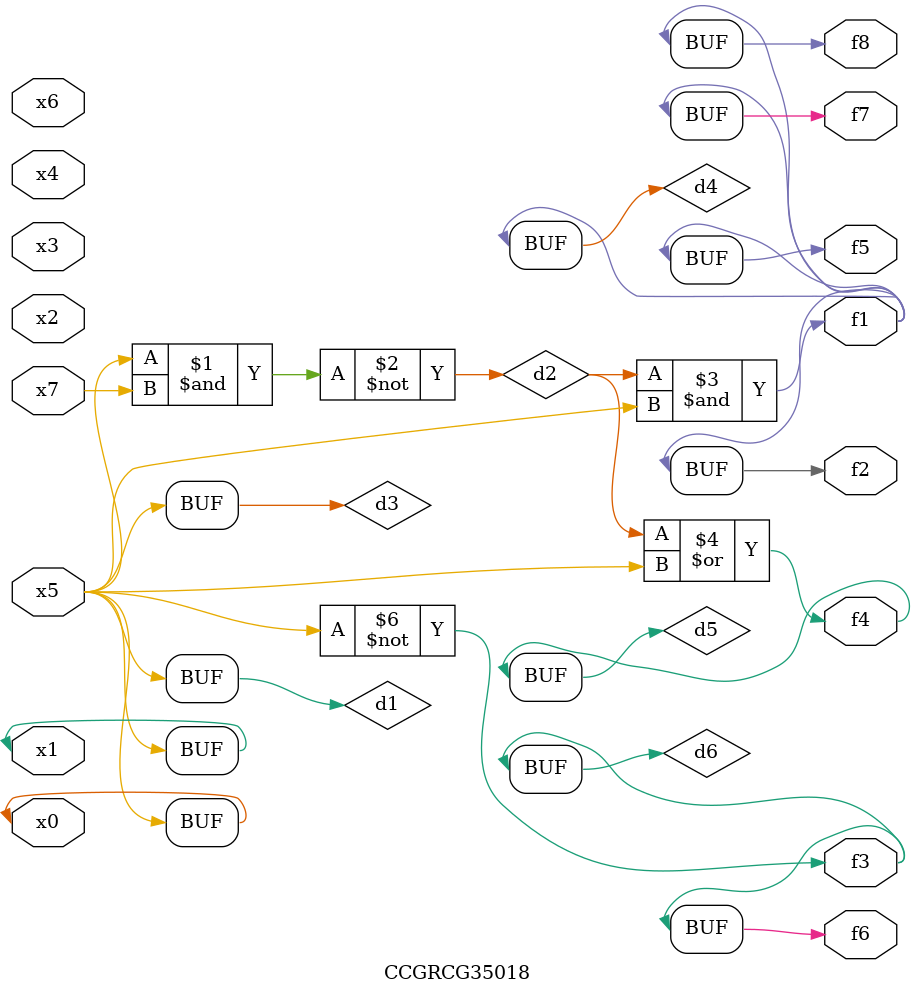
<source format=v>
module CCGRCG35018(
	input x0, x1, x2, x3, x4, x5, x6, x7,
	output f1, f2, f3, f4, f5, f6, f7, f8
);

	wire d1, d2, d3, d4, d5, d6;

	buf (d1, x0, x5);
	nand (d2, x5, x7);
	buf (d3, x0, x1);
	and (d4, d2, d3);
	or (d5, d2, d3);
	nor (d6, d1, d3);
	assign f1 = d4;
	assign f2 = d4;
	assign f3 = d6;
	assign f4 = d5;
	assign f5 = d4;
	assign f6 = d6;
	assign f7 = d4;
	assign f8 = d4;
endmodule

</source>
